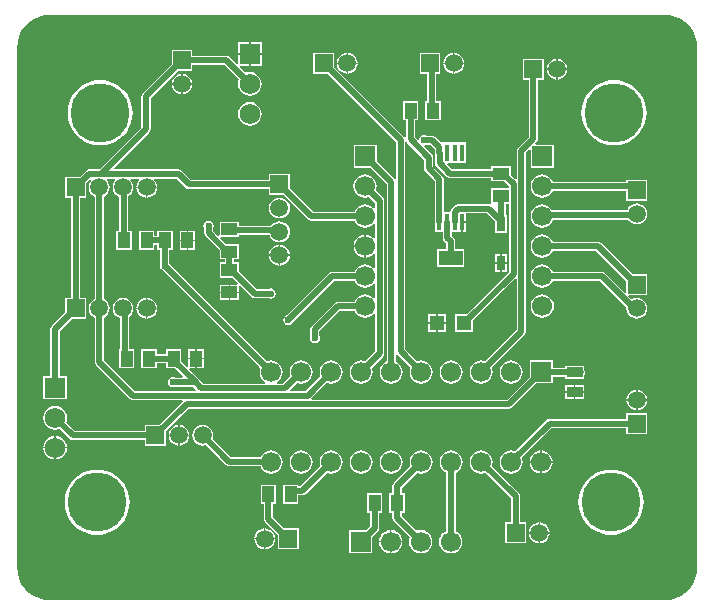
<source format=gtl>
G04*
G04 #@! TF.GenerationSoftware,Altium Limited,Altium Designer,24.3.1 (35)*
G04*
G04 Layer_Physical_Order=1*
G04 Layer_Color=255*
%FSLAX25Y25*%
%MOIN*%
G70*
G04*
G04 #@! TF.SameCoordinates,C640A665-BD72-4C55-9E38-BDB06A3A2499*
G04*
G04*
G04 #@! TF.FilePolarity,Positive*
G04*
G01*
G75*
%ADD14R,0.05118X0.05118*%
%ADD15R,0.07874X0.05118*%
%ADD16R,0.01772X0.05807*%
%ADD17R,0.04134X0.05512*%
%ADD18R,0.05512X0.04134*%
%ADD19R,0.02953X0.04921*%
%ADD20R,0.05472X0.03583*%
%ADD37C,0.02000*%
%ADD38C,0.19685*%
%ADD39C,0.05906*%
%ADD40R,0.05906X0.05906*%
%ADD41R,0.05906X0.05906*%
%ADD42R,0.06693X0.06693*%
%ADD43C,0.06693*%
%ADD44R,0.06890X0.06890*%
%ADD45C,0.06890*%
%ADD46R,0.06693X0.06693*%
%ADD47C,0.02362*%
G36*
X190887Y162409D02*
X192740Y161913D01*
X194479Y161102D01*
X196050Y160002D01*
X197407Y158645D01*
X198507Y157074D01*
X199318Y155335D01*
X199814Y153482D01*
X199985Y151536D01*
Y-21622D01*
X199814Y-23568D01*
X199318Y-25421D01*
X198507Y-27160D01*
X197407Y-28731D01*
X196050Y-30088D01*
X194479Y-31188D01*
X192740Y-31999D01*
X190887Y-32495D01*
X188941Y-32666D01*
X-15713D01*
X-17659Y-32495D01*
X-19512Y-31999D01*
X-21251Y-31188D01*
X-22822Y-30088D01*
X-24179Y-28731D01*
X-25279Y-27160D01*
X-26090Y-25421D01*
X-26586Y-23568D01*
X-26756Y-21622D01*
X-26756Y151536D01*
X-26586Y153482D01*
X-26090Y155335D01*
X-25279Y157074D01*
X-24179Y158645D01*
X-22822Y160002D01*
X-21251Y161102D01*
X-19512Y161913D01*
X-17659Y162409D01*
X-15713Y162579D01*
X188941D01*
X190887Y162409D01*
D02*
G37*
%LPC*%
G36*
X54831Y153410D02*
X51136D01*
Y149715D01*
X54831D01*
Y153410D01*
D02*
G37*
G36*
X50636D02*
X46941D01*
Y149715D01*
X50636D01*
Y153410D01*
D02*
G37*
G36*
X83616Y149804D02*
Y146605D01*
X86816D01*
X86730Y147256D01*
X86382Y148096D01*
X85829Y148817D01*
X85107Y149371D01*
X84267Y149718D01*
X83616Y149804D01*
D02*
G37*
G36*
X119049Y149804D02*
Y146605D01*
X122249D01*
X122163Y147256D01*
X121815Y148096D01*
X121262Y148817D01*
X120540Y149371D01*
X119701Y149718D01*
X119049Y149804D01*
D02*
G37*
G36*
X118549D02*
X117898Y149718D01*
X117058Y149371D01*
X116337Y148817D01*
X115783Y148096D01*
X115435Y147256D01*
X115350Y146605D01*
X118549D01*
Y149804D01*
D02*
G37*
G36*
X83116D02*
X82465Y149718D01*
X81625Y149371D01*
X80904Y148817D01*
X80350Y148096D01*
X80002Y147256D01*
X79917Y146605D01*
X83116D01*
Y149804D01*
D02*
G37*
G36*
X54831Y149215D02*
X51136D01*
Y145520D01*
X54831D01*
Y149215D01*
D02*
G37*
G36*
X153498Y147836D02*
Y144636D01*
X156698D01*
X156612Y145287D01*
X156264Y146127D01*
X155711Y146849D01*
X154989Y147402D01*
X154149Y147750D01*
X153498Y147836D01*
D02*
G37*
G36*
X152998D02*
X152347Y147750D01*
X151507Y147402D01*
X150786Y146849D01*
X150232Y146127D01*
X149884Y145287D01*
X149798Y144636D01*
X152998D01*
Y147836D01*
D02*
G37*
G36*
X86816Y146105D02*
X83616D01*
Y142905D01*
X84267Y142991D01*
X85107Y143339D01*
X85829Y143892D01*
X86382Y144613D01*
X86730Y145453D01*
X86816Y146105D01*
D02*
G37*
G36*
X118549D02*
X115350D01*
X115435Y145453D01*
X115783Y144613D01*
X116337Y143892D01*
X117058Y143339D01*
X117898Y142991D01*
X118549Y142905D01*
Y146105D01*
D02*
G37*
G36*
X122249D02*
X119049D01*
Y142905D01*
X119701Y142991D01*
X120540Y143339D01*
X121262Y143892D01*
X121815Y144613D01*
X122163Y145453D01*
X122249Y146105D01*
D02*
G37*
G36*
X83116D02*
X79917D01*
X80002Y145453D01*
X80350Y144613D01*
X80904Y143892D01*
X81625Y143339D01*
X82465Y142991D01*
X83116Y142905D01*
Y146105D01*
D02*
G37*
G36*
X156698Y144136D02*
X153498D01*
Y140936D01*
X154149Y141022D01*
X154989Y141370D01*
X155711Y141923D01*
X156264Y142645D01*
X156612Y143485D01*
X156698Y144136D01*
D02*
G37*
G36*
X152998D02*
X149798D01*
X149884Y143485D01*
X150232Y142645D01*
X150786Y141923D01*
X151507Y141370D01*
X152347Y141022D01*
X152998Y140936D01*
Y144136D01*
D02*
G37*
G36*
X28498Y142914D02*
Y139715D01*
X31698D01*
X31612Y140366D01*
X31264Y141206D01*
X30711Y141927D01*
X29989Y142481D01*
X29149Y142829D01*
X28498Y142914D01*
D02*
G37*
G36*
X27998D02*
X27347Y142829D01*
X26507Y142481D01*
X25785Y141927D01*
X25232Y141206D01*
X24884Y140366D01*
X24798Y139715D01*
X27998D01*
Y142914D01*
D02*
G37*
G36*
X31698Y139215D02*
X28498D01*
Y136015D01*
X29149Y136101D01*
X29989Y136449D01*
X30711Y137002D01*
X31264Y137724D01*
X31612Y138563D01*
X31698Y139215D01*
D02*
G37*
G36*
X27998D02*
X24798D01*
X24884Y138563D01*
X25232Y137724D01*
X25785Y137002D01*
X26507Y136449D01*
X27347Y136101D01*
X27998Y136015D01*
Y139215D01*
D02*
G37*
G36*
X31701Y150792D02*
X24795D01*
Y146049D01*
X15159Y136412D01*
X14827Y135916D01*
X14711Y135331D01*
Y124941D01*
X768Y110998D01*
X-2732D01*
X-3317Y110882D01*
X-3814Y110550D01*
X-5895Y108469D01*
X-10638D01*
Y101563D01*
X-8714D01*
Y68114D01*
X-10638D01*
Y63372D01*
X-15156Y58853D01*
X-15488Y58357D01*
X-15604Y57772D01*
Y42189D01*
X-18020D01*
Y34299D01*
X-10130D01*
Y42189D01*
X-12545D01*
Y57138D01*
X-8475Y61209D01*
X-3732D01*
Y68114D01*
X-5656D01*
Y101563D01*
X-3732D01*
Y106306D01*
X-2367Y107671D01*
X-2284Y107681D01*
X-2256Y107671D01*
X-2082Y107077D01*
X-2327Y106757D01*
X-2675Y105917D01*
X-2794Y105016D01*
X-2675Y104115D01*
X-2327Y103275D01*
X-1774Y102553D01*
X-1052Y102000D01*
X-840Y101912D01*
Y67765D01*
X-1052Y67678D01*
X-1774Y67124D01*
X-2327Y66403D01*
X-2675Y65563D01*
X-2794Y64662D01*
X-2675Y63760D01*
X-2327Y62920D01*
X-1774Y62199D01*
X-1052Y61646D01*
X-840Y61558D01*
Y46945D01*
X-724Y46360D01*
X-392Y45864D01*
X10966Y34505D01*
X11462Y34174D01*
X12047Y34058D01*
X28238D01*
X28446Y33558D01*
X20680Y25792D01*
X15937D01*
Y23868D01*
X-7536D01*
X-10422Y26754D01*
X-10231Y27215D01*
X-10096Y28244D01*
X-10231Y29274D01*
X-10629Y30234D01*
X-11261Y31058D01*
X-12085Y31690D01*
X-13045Y32088D01*
X-14075Y32223D01*
X-15105Y32088D01*
X-16064Y31690D01*
X-16888Y31058D01*
X-17521Y30234D01*
X-17918Y29274D01*
X-18054Y28244D01*
X-17918Y27215D01*
X-17521Y26255D01*
X-16888Y25431D01*
X-16064Y24799D01*
X-15105Y24401D01*
X-14075Y24265D01*
X-13045Y24401D01*
X-12585Y24592D01*
X-9251Y21257D01*
X-8755Y20926D01*
X-8169Y20809D01*
X15937D01*
Y18886D01*
X22842D01*
Y23629D01*
X30397Y31183D01*
X137205D01*
X137790Y31300D01*
X138286Y31631D01*
X146289Y39634D01*
X151819D01*
Y41853D01*
X155917D01*
Y40992D01*
X162390D01*
Y42481D01*
X162535Y42698D01*
X162652Y43284D01*
X162535Y43869D01*
X162390Y44086D01*
Y45575D01*
X155917D01*
Y44912D01*
X151819D01*
Y47327D01*
X144126D01*
Y41797D01*
X136571Y34242D01*
X71604D01*
X71397Y34742D01*
X76558Y39903D01*
X76968Y39733D01*
X77973Y39601D01*
X78977Y39733D01*
X79912Y40121D01*
X80716Y40737D01*
X81332Y41541D01*
X81720Y42476D01*
X81852Y43481D01*
X81720Y44485D01*
X81332Y45420D01*
X80716Y46224D01*
X79912Y46840D01*
X78977Y47228D01*
X77973Y47360D01*
X76968Y47228D01*
X76033Y46840D01*
X75229Y46224D01*
X74613Y45420D01*
X74225Y44485D01*
X74093Y43481D01*
X74225Y42476D01*
X74395Y42066D01*
X69445Y37116D01*
X64424D01*
X64233Y37578D01*
X66558Y39903D01*
X66968Y39733D01*
X67972Y39601D01*
X68977Y39733D01*
X69912Y40121D01*
X70716Y40737D01*
X71332Y41541D01*
X71720Y42476D01*
X71852Y43481D01*
X71720Y44485D01*
X71332Y45420D01*
X70716Y46224D01*
X69912Y46840D01*
X68977Y47228D01*
X67972Y47360D01*
X66968Y47228D01*
X66033Y46840D01*
X65229Y46224D01*
X64613Y45420D01*
X64225Y44485D01*
X64093Y43481D01*
X64225Y42476D01*
X64395Y42066D01*
X61945Y39616D01*
X60001D01*
X59902Y40116D01*
X59912Y40121D01*
X60716Y40737D01*
X61332Y41541D01*
X61720Y42476D01*
X61852Y43481D01*
X61720Y44485D01*
X61332Y45420D01*
X60716Y46224D01*
X59912Y46840D01*
X58977Y47228D01*
X57973Y47360D01*
X56968Y47228D01*
X56558Y47058D01*
X24142Y79474D01*
X24123Y79570D01*
X24069Y79651D01*
Y84044D01*
X25106D01*
Y90555D01*
X19973D01*
Y88829D01*
X19004D01*
Y90555D01*
X13870D01*
Y84044D01*
X19004D01*
Y85770D01*
X19973D01*
Y84044D01*
X21010D01*
Y79651D01*
X20956Y79570D01*
X20825Y78914D01*
X20956Y78258D01*
X21327Y77702D01*
X21883Y77330D01*
X21979Y77311D01*
X54395Y44895D01*
X54225Y44485D01*
X54093Y43481D01*
X54225Y42476D01*
X54613Y41541D01*
X55229Y40737D01*
X56033Y40121D01*
X56043Y40116D01*
X55944Y39616D01*
X35279D01*
X33513Y41383D01*
X30722Y44173D01*
X30929Y44673D01*
X32722D01*
Y47679D01*
X30406D01*
Y45197D01*
X29906Y44990D01*
X28059Y46836D01*
Y51185D01*
X22925D01*
Y49459D01*
X19791D01*
Y51185D01*
X14658D01*
Y44673D01*
X19791D01*
Y46400D01*
X22925D01*
Y44673D01*
X25896D01*
X28523Y42047D01*
X28332Y41585D01*
X26032D01*
X25951Y41639D01*
X25295Y41769D01*
X24639Y41639D01*
X24083Y41267D01*
X23712Y40711D01*
X23581Y40055D01*
X23712Y39399D01*
X24083Y38843D01*
X24639Y38472D01*
X25295Y38341D01*
X25951Y38472D01*
X26032Y38526D01*
X32044D01*
X32991Y37578D01*
X32800Y37116D01*
X12681D01*
X2218Y47579D01*
Y61558D01*
X2430Y61646D01*
X3151Y62199D01*
X3705Y62920D01*
X4053Y63760D01*
X4172Y64662D01*
X4053Y65563D01*
X3705Y66403D01*
X3151Y67124D01*
X2430Y67678D01*
X2218Y67765D01*
Y101912D01*
X2430Y102000D01*
X3151Y102553D01*
X3705Y103275D01*
X4053Y104115D01*
X4172Y105016D01*
X4053Y105917D01*
X3705Y106757D01*
X3182Y107439D01*
X3238Y107732D01*
X3308Y107939D01*
X5944D01*
X6015Y107732D01*
X6070Y107439D01*
X5547Y106757D01*
X5199Y105917D01*
X5080Y105016D01*
X5199Y104115D01*
X5547Y103275D01*
X6101Y102553D01*
X6822Y102000D01*
X7231Y101831D01*
Y90555D01*
X6390D01*
Y84044D01*
X11524D01*
Y90555D01*
X10289D01*
Y101994D01*
X10304Y102000D01*
X11026Y102553D01*
X11579Y103275D01*
X11927Y104115D01*
X12046Y105016D01*
X11927Y105917D01*
X11579Y106757D01*
X11056Y107439D01*
X11112Y107732D01*
X11182Y107939D01*
X13818D01*
X13889Y107732D01*
X13945Y107439D01*
X13421Y106757D01*
X13073Y105917D01*
X12987Y105266D01*
X16437D01*
X19887D01*
X19801Y105917D01*
X19453Y106757D01*
X18930Y107439D01*
X18986Y107732D01*
X19056Y107939D01*
X26442D01*
X29463Y104919D01*
X29959Y104587D01*
X30544Y104471D01*
X57276D01*
Y102548D01*
X62018D01*
X70237Y94328D01*
X70734Y93997D01*
X71319Y93880D01*
X85742D01*
X85912Y93470D01*
X86528Y92666D01*
X87332Y92050D01*
X88268Y91662D01*
X89272Y91530D01*
X90276Y91662D01*
X91211Y92050D01*
X92015Y92666D01*
X92115Y92797D01*
X92589Y92636D01*
Y88183D01*
X92115Y88022D01*
X92015Y88153D01*
X91211Y88770D01*
X90276Y89157D01*
X89522Y89256D01*
Y85410D01*
Y81563D01*
X90276Y81662D01*
X91211Y82050D01*
X92015Y82666D01*
X92115Y82797D01*
X92589Y82636D01*
Y78183D01*
X92115Y78022D01*
X92015Y78153D01*
X91211Y78770D01*
X90276Y79157D01*
X89272Y79289D01*
X88268Y79157D01*
X87332Y78770D01*
X86528Y78153D01*
X85912Y77350D01*
X85742Y76939D01*
X78366D01*
X77781Y76823D01*
X77285Y76491D01*
X63121Y62327D01*
X63025Y62308D01*
X62469Y61937D01*
X62098Y61381D01*
X61967Y60725D01*
X62098Y60069D01*
X62469Y59513D01*
X63025Y59141D01*
X63681Y59011D01*
X64337Y59141D01*
X64893Y59513D01*
X65265Y60069D01*
X65284Y60164D01*
X79000Y73880D01*
X85742D01*
X85912Y73470D01*
X86528Y72666D01*
X87332Y72050D01*
X88268Y71662D01*
X89272Y71530D01*
X90276Y71662D01*
X91211Y72050D01*
X92015Y72666D01*
X92115Y72797D01*
X92589Y72636D01*
Y68183D01*
X92115Y68022D01*
X92015Y68153D01*
X91211Y68770D01*
X90276Y69157D01*
X89272Y69289D01*
X88268Y69157D01*
X87332Y68770D01*
X86528Y68153D01*
X85912Y67349D01*
X85742Y66939D01*
X80177D01*
X79592Y66823D01*
X79096Y66491D01*
X71458Y58853D01*
X71126Y58357D01*
X71010Y57772D01*
Y55556D01*
X70956Y55475D01*
X70825Y54819D01*
X70956Y54163D01*
X71327Y53607D01*
X71883Y53236D01*
X72539Y53105D01*
X73195Y53236D01*
X73751Y53607D01*
X74123Y54163D01*
X74253Y54819D01*
X74123Y55475D01*
X74069Y55556D01*
Y57138D01*
X80811Y63880D01*
X85742D01*
X85912Y63470D01*
X86528Y62666D01*
X87332Y62050D01*
X88268Y61662D01*
X89272Y61530D01*
X90276Y61662D01*
X91211Y62050D01*
X92015Y62666D01*
X92115Y62797D01*
X92589Y62636D01*
Y50260D01*
X89387Y47058D01*
X88977Y47228D01*
X87972Y47360D01*
X86968Y47228D01*
X86033Y46840D01*
X85229Y46224D01*
X84613Y45420D01*
X84225Y44485D01*
X84093Y43481D01*
X84225Y42476D01*
X84613Y41541D01*
X85229Y40737D01*
X86033Y40121D01*
X86968Y39733D01*
X87972Y39601D01*
X88977Y39733D01*
X89912Y40121D01*
X90716Y40737D01*
X91332Y41541D01*
X91720Y42476D01*
X91852Y43481D01*
X91720Y44485D01*
X91550Y44895D01*
X95200Y48545D01*
X95531Y49041D01*
X95648Y49626D01*
Y100563D01*
X95531Y101148D01*
X95200Y101645D01*
X92849Y103995D01*
X93019Y104406D01*
X93151Y105410D01*
X93019Y106414D01*
X92632Y107350D01*
X92015Y108153D01*
X91211Y108770D01*
X90276Y109157D01*
X89272Y109289D01*
X88268Y109157D01*
X87332Y108770D01*
X86528Y108153D01*
X85912Y107350D01*
X85524Y106414D01*
X85392Y105410D01*
X85524Y104406D01*
X85912Y103470D01*
X86528Y102666D01*
X87332Y102050D01*
X88268Y101662D01*
X89272Y101530D01*
X90276Y101662D01*
X90686Y101832D01*
X92589Y99930D01*
Y98183D01*
X92115Y98022D01*
X92015Y98153D01*
X91211Y98770D01*
X90276Y99157D01*
X89272Y99289D01*
X88268Y99157D01*
X87332Y98770D01*
X86528Y98153D01*
X85912Y97350D01*
X85742Y96939D01*
X71952D01*
X64181Y104710D01*
Y109453D01*
X57276D01*
Y107530D01*
X31178D01*
X28157Y110550D01*
X27661Y110882D01*
X27076Y110998D01*
X5747D01*
X5556Y111460D01*
X17322Y123226D01*
X17653Y123722D01*
X17770Y124307D01*
Y134697D01*
X26958Y143886D01*
X31701D01*
Y145809D01*
X42378D01*
X47233Y140955D01*
X47043Y140495D01*
X46907Y139465D01*
X47043Y138435D01*
X47440Y137475D01*
X48072Y136651D01*
X48896Y136019D01*
X49856Y135622D01*
X50886Y135486D01*
X51916Y135622D01*
X52875Y136019D01*
X53699Y136651D01*
X54332Y137475D01*
X54729Y138435D01*
X54865Y139465D01*
X54729Y140495D01*
X54332Y141454D01*
X53699Y142278D01*
X52875Y142911D01*
X51916Y143308D01*
X50886Y143444D01*
X49856Y143308D01*
X49396Y143118D01*
X47456Y145058D01*
X47647Y145520D01*
X50636D01*
Y149215D01*
X46941D01*
Y146226D01*
X46479Y146035D01*
X44093Y148420D01*
X43597Y148752D01*
X43012Y148868D01*
X31701D01*
Y150792D01*
D02*
G37*
G36*
X114378Y149807D02*
X107473D01*
Y142902D01*
X109888D01*
Y133862D01*
X109343D01*
Y127351D01*
X114476D01*
Y133862D01*
X112947D01*
Y142902D01*
X114378D01*
Y149807D01*
D02*
G37*
G36*
X50886Y133444D02*
X49856Y133308D01*
X48896Y132911D01*
X48072Y132278D01*
X47440Y131454D01*
X47043Y130495D01*
X46907Y129465D01*
X47043Y128435D01*
X47440Y127475D01*
X48072Y126651D01*
X48896Y126019D01*
X49856Y125621D01*
X50886Y125486D01*
X51916Y125621D01*
X52875Y126019D01*
X53699Y126651D01*
X54332Y127475D01*
X54729Y128435D01*
X54865Y129465D01*
X54729Y130495D01*
X54332Y131454D01*
X53699Y132278D01*
X52875Y132911D01*
X51916Y133308D01*
X50886Y133444D01*
D02*
G37*
G36*
X172244Y140778D02*
X170545Y140644D01*
X168888Y140246D01*
X167314Y139594D01*
X165861Y138704D01*
X164565Y137597D01*
X163458Y136301D01*
X162567Y134848D01*
X161915Y133273D01*
X161518Y131616D01*
X161384Y129918D01*
X161518Y128219D01*
X161915Y126561D01*
X162567Y124987D01*
X163458Y123534D01*
X164565Y122238D01*
X165861Y121131D01*
X167314Y120241D01*
X168888Y119589D01*
X170545Y119191D01*
X172244Y119057D01*
X173943Y119191D01*
X175600Y119589D01*
X177174Y120241D01*
X178628Y121131D01*
X179923Y122238D01*
X181030Y123534D01*
X181921Y124987D01*
X182573Y126561D01*
X182971Y128219D01*
X183104Y129918D01*
X182971Y131616D01*
X182573Y133273D01*
X181921Y134848D01*
X181030Y136301D01*
X179923Y137597D01*
X178628Y138704D01*
X177174Y139594D01*
X175600Y140246D01*
X173943Y140644D01*
X172244Y140778D01*
D02*
G37*
G36*
X984Y140778D02*
X-715Y140644D01*
X-2372Y140246D01*
X-3946Y139594D01*
X-5399Y138704D01*
X-6695Y137597D01*
X-7802Y136301D01*
X-8692Y134848D01*
X-9345Y133273D01*
X-9742Y131616D01*
X-9876Y129918D01*
X-9742Y128219D01*
X-9345Y126561D01*
X-8692Y124987D01*
X-7802Y123534D01*
X-6695Y122238D01*
X-5399Y121131D01*
X-3946Y120241D01*
X-2372Y119589D01*
X-715Y119191D01*
X984Y119057D01*
X2683Y119191D01*
X4340Y119589D01*
X5915Y120241D01*
X7368Y121131D01*
X8664Y122238D01*
X9770Y123534D01*
X10661Y124987D01*
X11313Y126561D01*
X11711Y128219D01*
X11845Y129918D01*
X11711Y131616D01*
X11313Y133273D01*
X10661Y134848D01*
X9770Y136301D01*
X8664Y137597D01*
X7368Y138704D01*
X5915Y139594D01*
X4340Y140246D01*
X2683Y140644D01*
X984Y140778D01*
D02*
G37*
G36*
X78945Y149807D02*
X72039D01*
Y142902D01*
X76782D01*
X99553Y120131D01*
Y107943D01*
X99056Y107791D01*
X99053Y107791D01*
X93118Y113726D01*
Y119256D01*
X85425D01*
Y111563D01*
X90955D01*
X96443Y106075D01*
Y47010D01*
X96033Y46840D01*
X95229Y46224D01*
X94613Y45420D01*
X94225Y44485D01*
X94093Y43481D01*
X94225Y42476D01*
X94613Y41541D01*
X95229Y40737D01*
X96033Y40121D01*
X96968Y39733D01*
X97973Y39601D01*
X98977Y39733D01*
X99912Y40121D01*
X100716Y40737D01*
X101332Y41541D01*
X101720Y42476D01*
X101852Y43481D01*
X101720Y44485D01*
X101332Y45420D01*
X100716Y46224D01*
X99912Y46840D01*
X99502Y47010D01*
Y49136D01*
X99999Y49288D01*
X100002Y49288D01*
X104395Y44895D01*
X104225Y44485D01*
X104093Y43481D01*
X104225Y42476D01*
X104613Y41541D01*
X105229Y40737D01*
X106033Y40121D01*
X106968Y39733D01*
X107973Y39601D01*
X108977Y39733D01*
X109912Y40121D01*
X110716Y40737D01*
X111332Y41541D01*
X111720Y42476D01*
X111852Y43481D01*
X111720Y44485D01*
X111332Y45420D01*
X110716Y46224D01*
X109912Y46840D01*
X108977Y47228D01*
X107973Y47360D01*
X106968Y47228D01*
X106558Y47058D01*
X102612Y51004D01*
Y120073D01*
X103112Y120224D01*
X103348Y119872D01*
X108943Y114276D01*
Y111308D01*
X109060Y110723D01*
X109391Y110227D01*
X112447Y107171D01*
Y93449D01*
X112563Y92864D01*
X112591Y92823D01*
Y90045D01*
X115120D01*
Y88118D01*
X115237Y87533D01*
X115568Y87037D01*
X116286Y86320D01*
Y84453D01*
X113378D01*
Y78335D01*
X122252D01*
Y84453D01*
X119344D01*
Y86953D01*
X119228Y87538D01*
X118896Y88034D01*
X118179Y88752D01*
Y90045D01*
X121404D01*
Y93449D01*
X121654D01*
Y93699D01*
X123039D01*
Y96323D01*
X129857D01*
X132571Y93609D01*
Y89851D01*
X136524D01*
Y95772D01*
X136077D01*
Y99496D01*
X137274D01*
Y76834D01*
X123239Y62799D01*
X119283D01*
Y56681D01*
X125402D01*
Y60637D01*
X139312Y74547D01*
X139774Y74356D01*
Y57445D01*
X129387Y47058D01*
X128977Y47228D01*
X127972Y47360D01*
X126968Y47228D01*
X126033Y46840D01*
X125229Y46224D01*
X124613Y45420D01*
X124225Y44485D01*
X124093Y43481D01*
X124225Y42476D01*
X124613Y41541D01*
X125229Y40737D01*
X126033Y40121D01*
X126968Y39733D01*
X127972Y39601D01*
X128977Y39733D01*
X129912Y40121D01*
X130716Y40737D01*
X131332Y41541D01*
X131720Y42476D01*
X131852Y43481D01*
X131720Y44485D01*
X131550Y44895D01*
X142385Y55730D01*
X142716Y56226D01*
X142833Y56811D01*
Y116567D01*
X144018Y117753D01*
X144480Y117561D01*
Y111563D01*
X152173D01*
Y119256D01*
X146175D01*
X145984Y119718D01*
X146456Y120190D01*
X146787Y120686D01*
X146903Y121271D01*
Y140933D01*
X148827D01*
Y147839D01*
X141921D01*
Y140933D01*
X143845D01*
Y121905D01*
X140222Y118282D01*
X139890Y117786D01*
X139774Y117200D01*
Y107822D01*
X139312Y107631D01*
X137803Y109140D01*
Y112110D01*
X131291D01*
Y111073D01*
X118298D01*
X116653Y112717D01*
X116844Y113179D01*
X123039D01*
Y119986D01*
X114525D01*
X112735Y121776D01*
X112239Y122108D01*
X111654Y122224D01*
X109797D01*
X109613Y122348D01*
X108957Y122478D01*
X108301Y122348D01*
X107745Y121976D01*
X107373Y121420D01*
X107283Y120969D01*
X106769Y120776D01*
X105959Y121587D01*
Y127351D01*
X106996D01*
Y133862D01*
X101862D01*
Y127351D01*
X102900D01*
Y121644D01*
X102400Y121493D01*
X102164Y121845D01*
X78945Y145065D01*
Y149807D01*
D02*
G37*
G36*
X16187Y104766D02*
X12987D01*
X13073Y104115D01*
X13421Y103275D01*
X13974Y102553D01*
X14696Y102000D01*
X15536Y101652D01*
X16187Y101566D01*
Y104766D01*
D02*
G37*
G36*
X19887D02*
X16687D01*
Y101566D01*
X17338Y101652D01*
X18178Y102000D01*
X18900Y102553D01*
X19453Y103275D01*
X19801Y104115D01*
X19887Y104766D01*
D02*
G37*
G36*
X148327Y109289D02*
X147323Y109157D01*
X146387Y108770D01*
X145583Y108153D01*
X144967Y107350D01*
X144579Y106414D01*
X144447Y105410D01*
X144579Y104406D01*
X144967Y103470D01*
X145583Y102666D01*
X146387Y102050D01*
X147323Y101662D01*
X148327Y101530D01*
X149331Y101662D01*
X150267Y102050D01*
X151070Y102666D01*
X151687Y103470D01*
X151857Y103880D01*
X176370D01*
Y100579D01*
X183276D01*
Y107484D01*
X176370D01*
Y106939D01*
X151857D01*
X151687Y107350D01*
X151070Y108153D01*
X150267Y108770D01*
X149331Y109157D01*
X148327Y109289D01*
D02*
G37*
G36*
X179823Y99640D02*
X178921Y99522D01*
X178082Y99174D01*
X177360Y98620D01*
X176807Y97899D01*
X176564Y97313D01*
X151702D01*
X151687Y97350D01*
X151070Y98153D01*
X150267Y98770D01*
X149331Y99157D01*
X148327Y99289D01*
X147323Y99157D01*
X146387Y98770D01*
X145583Y98153D01*
X144967Y97350D01*
X144579Y96414D01*
X144447Y95410D01*
X144579Y94406D01*
X144967Y93470D01*
X145583Y92666D01*
X146387Y92050D01*
X147323Y91662D01*
X148327Y91530D01*
X149331Y91662D01*
X150267Y92050D01*
X151070Y92666D01*
X151687Y93470D01*
X152012Y94254D01*
X176931D01*
X177360Y93695D01*
X178082Y93142D01*
X178921Y92794D01*
X179823Y92675D01*
X180724Y92794D01*
X181564Y93142D01*
X182285Y93695D01*
X182839Y94416D01*
X183187Y95256D01*
X183305Y96158D01*
X183187Y97059D01*
X182839Y97899D01*
X182285Y98620D01*
X181564Y99174D01*
X180724Y99522D01*
X179823Y99640D01*
D02*
G37*
G36*
X60728Y101609D02*
X59827Y101490D01*
X58987Y101142D01*
X58266Y100589D01*
X57712Y99867D01*
X57364Y99028D01*
X57246Y98126D01*
X57364Y97225D01*
X57712Y96385D01*
X58266Y95664D01*
X58987Y95110D01*
X59827Y94762D01*
X60728Y94644D01*
X61630Y94762D01*
X62470Y95110D01*
X63191Y95664D01*
X63744Y96385D01*
X64092Y97225D01*
X64211Y98126D01*
X64092Y99028D01*
X63744Y99867D01*
X63191Y100589D01*
X62470Y101142D01*
X61630Y101490D01*
X60728Y101609D01*
D02*
G37*
G36*
X123039Y93199D02*
X121904D01*
Y90045D01*
X123039D01*
Y93199D01*
D02*
G37*
G36*
X32587Y90555D02*
X30270D01*
Y87550D01*
X32587D01*
Y90555D01*
D02*
G37*
G36*
X29770D02*
X27453D01*
Y87550D01*
X29770D01*
Y90555D01*
D02*
G37*
G36*
X37106Y93935D02*
X36450Y93804D01*
X35894Y93433D01*
X35523Y92877D01*
X35392Y92221D01*
X35523Y91565D01*
X35646Y91380D01*
Y89691D01*
X35763Y89105D01*
X36094Y88609D01*
X40740Y83963D01*
Y80992D01*
X42467D01*
Y80024D01*
X40740D01*
Y74890D01*
X45089D01*
X46936Y73044D01*
X46729Y72544D01*
X44246D01*
Y70227D01*
X47252D01*
Y72020D01*
X47752Y72227D01*
X51478Y68502D01*
X51974Y68170D01*
X52559Y68054D01*
X57039D01*
X57120Y67999D01*
X57776Y67869D01*
X58432Y67999D01*
X58988Y68371D01*
X59359Y68927D01*
X59490Y69583D01*
X59359Y70239D01*
X58988Y70795D01*
X58432Y71166D01*
X57776Y71297D01*
X57120Y71166D01*
X57039Y71112D01*
X53193D01*
X47252Y77053D01*
Y80024D01*
X45526D01*
Y80992D01*
X47252D01*
Y86126D01*
X42903D01*
X41057Y87973D01*
X41264Y88473D01*
X47252D01*
Y89117D01*
X57462D01*
X57712Y88511D01*
X58266Y87790D01*
X58987Y87236D01*
X59827Y86888D01*
X60728Y86770D01*
X61630Y86888D01*
X62470Y87236D01*
X63191Y87790D01*
X63744Y88511D01*
X64092Y89351D01*
X64211Y90252D01*
X64092Y91154D01*
X63744Y91993D01*
X63191Y92715D01*
X62470Y93268D01*
X61630Y93616D01*
X60728Y93735D01*
X59827Y93616D01*
X58987Y93268D01*
X58266Y92715D01*
X57852Y92175D01*
X47252D01*
Y93607D01*
X40740D01*
Y88996D01*
X40240Y88789D01*
X38705Y90324D01*
Y91641D01*
X38820Y92221D01*
X38690Y92877D01*
X38318Y93433D01*
X37762Y93804D01*
X37106Y93935D01*
D02*
G37*
G36*
X89022Y89256D02*
X88268Y89157D01*
X87332Y88770D01*
X86528Y88153D01*
X85912Y87349D01*
X85524Y86414D01*
X85425Y85660D01*
X89022D01*
Y89256D01*
D02*
G37*
G36*
X32587Y87050D02*
X30270D01*
Y84044D01*
X32587D01*
Y87050D01*
D02*
G37*
G36*
X29770D02*
X27453D01*
Y84044D01*
X29770D01*
Y87050D01*
D02*
G37*
G36*
X60978Y85828D02*
Y82628D01*
X64178D01*
X64092Y83280D01*
X63744Y84119D01*
X63191Y84841D01*
X62470Y85394D01*
X61630Y85742D01*
X60978Y85828D01*
D02*
G37*
G36*
X60478D02*
X59827Y85742D01*
X58987Y85394D01*
X58266Y84841D01*
X57712Y84119D01*
X57364Y83280D01*
X57279Y82628D01*
X60478D01*
Y85828D01*
D02*
G37*
G36*
X89022Y85160D02*
X85425D01*
X85524Y84406D01*
X85912Y83470D01*
X86528Y82666D01*
X87332Y82050D01*
X88268Y81662D01*
X89022Y81563D01*
Y85160D01*
D02*
G37*
G36*
X136524Y82780D02*
X134797D01*
Y80069D01*
X136524D01*
Y82780D01*
D02*
G37*
G36*
X134297D02*
X132571D01*
Y80069D01*
X134297D01*
Y82780D01*
D02*
G37*
G36*
X60478Y82128D02*
X57279D01*
X57364Y81477D01*
X57712Y80637D01*
X58266Y79916D01*
X58987Y79362D01*
X59827Y79014D01*
X60478Y78929D01*
Y82128D01*
D02*
G37*
G36*
X64178D02*
X60978D01*
Y78929D01*
X61630Y79014D01*
X62470Y79362D01*
X63191Y79916D01*
X63744Y80637D01*
X64092Y81477D01*
X64178Y82128D01*
D02*
G37*
G36*
X136524Y79569D02*
X134797D01*
Y76859D01*
X136524D01*
Y79569D01*
D02*
G37*
G36*
X134297D02*
X132571D01*
Y76859D01*
X134297D01*
Y79569D01*
D02*
G37*
G36*
X43746Y72544D02*
X40740D01*
Y70227D01*
X43746D01*
Y72544D01*
D02*
G37*
G36*
X148327Y89289D02*
X147323Y89157D01*
X146387Y88770D01*
X145583Y88153D01*
X144967Y87349D01*
X144579Y86414D01*
X144447Y85410D01*
X144579Y84406D01*
X144967Y83470D01*
X145583Y82666D01*
X146387Y82050D01*
X147323Y81662D01*
X148327Y81530D01*
X149331Y81662D01*
X150267Y82050D01*
X151070Y82666D01*
X151687Y83470D01*
X151857Y83880D01*
X166315D01*
X176370Y73826D01*
Y69946D01*
X175908Y69755D01*
X169172Y76491D01*
X168676Y76823D01*
X168091Y76939D01*
X151857D01*
X151687Y77350D01*
X151070Y78153D01*
X150267Y78770D01*
X149331Y79157D01*
X148327Y79289D01*
X147323Y79157D01*
X146387Y78770D01*
X145583Y78153D01*
X144967Y77350D01*
X144579Y76414D01*
X144447Y75410D01*
X144579Y74406D01*
X144967Y73470D01*
X145583Y72666D01*
X146387Y72050D01*
X147323Y71662D01*
X148327Y71530D01*
X149331Y71662D01*
X150267Y72050D01*
X151070Y72666D01*
X151687Y73470D01*
X151857Y73880D01*
X167457D01*
X176379Y64958D01*
X176340Y64662D01*
X176459Y63760D01*
X176807Y62920D01*
X177360Y62199D01*
X178082Y61646D01*
X178921Y61298D01*
X179823Y61179D01*
X180724Y61298D01*
X181564Y61646D01*
X182285Y62199D01*
X182839Y62920D01*
X183187Y63760D01*
X183305Y64662D01*
X183187Y65563D01*
X182839Y66403D01*
X182285Y67124D01*
X181564Y67678D01*
X180724Y68025D01*
X179823Y68144D01*
X178921Y68025D01*
X178082Y67678D01*
X178027Y67636D01*
X177042Y68621D01*
X177234Y69083D01*
X183276D01*
Y75988D01*
X178533D01*
X168030Y86491D01*
X167534Y86823D01*
X166949Y86939D01*
X151857D01*
X151687Y87349D01*
X151070Y88153D01*
X150267Y88770D01*
X149331Y89157D01*
X148327Y89289D01*
D02*
G37*
G36*
X47252Y69727D02*
X44246D01*
Y67410D01*
X47252D01*
Y69727D01*
D02*
G37*
G36*
X43746D02*
X40740D01*
Y67410D01*
X43746D01*
Y69727D01*
D02*
G37*
G36*
X16687Y68111D02*
Y64912D01*
X19887D01*
X19801Y65563D01*
X19453Y66403D01*
X18900Y67124D01*
X18178Y67678D01*
X17338Y68025D01*
X16687Y68111D01*
D02*
G37*
G36*
X16187D02*
X15536Y68025D01*
X14696Y67678D01*
X13974Y67124D01*
X13421Y66403D01*
X13073Y65563D01*
X12987Y64912D01*
X16187D01*
Y68111D01*
D02*
G37*
G36*
X148327Y69289D02*
X147323Y69157D01*
X146387Y68770D01*
X145583Y68153D01*
X144967Y67349D01*
X144579Y66414D01*
X144447Y65410D01*
X144579Y64406D01*
X144967Y63470D01*
X145583Y62666D01*
X146387Y62050D01*
X147323Y61662D01*
X148327Y61530D01*
X149331Y61662D01*
X150267Y62050D01*
X151070Y62666D01*
X151687Y63470D01*
X152074Y64406D01*
X152206Y65410D01*
X152074Y66414D01*
X151687Y67349D01*
X151070Y68153D01*
X150267Y68770D01*
X149331Y69157D01*
X148327Y69289D01*
D02*
G37*
G36*
X16187Y64412D02*
X12987D01*
X13073Y63760D01*
X13421Y62920D01*
X13974Y62199D01*
X14696Y61646D01*
X15536Y61298D01*
X16187Y61212D01*
Y64412D01*
D02*
G37*
G36*
X19887D02*
X16687D01*
Y61212D01*
X17338Y61298D01*
X18178Y61646D01*
X18900Y62199D01*
X19453Y62920D01*
X19801Y63760D01*
X19887Y64412D01*
D02*
G37*
G36*
X116347Y62799D02*
X113537D01*
Y59990D01*
X116347D01*
Y62799D01*
D02*
G37*
G36*
X113037D02*
X110228D01*
Y59990D01*
X113037D01*
Y62799D01*
D02*
G37*
G36*
X116347Y59490D02*
X113537D01*
Y56681D01*
X116347D01*
Y59490D01*
D02*
G37*
G36*
X113037D02*
X110228D01*
Y56681D01*
X113037D01*
Y59490D01*
D02*
G37*
G36*
X35539Y51185D02*
X33222D01*
Y48179D01*
X35539D01*
Y51185D01*
D02*
G37*
G36*
X32722D02*
X30406D01*
Y48179D01*
X32722D01*
Y51185D01*
D02*
G37*
G36*
X35539Y47679D02*
X33222D01*
Y44673D01*
X35539D01*
Y47679D01*
D02*
G37*
G36*
X8563Y68144D02*
X7662Y68025D01*
X6822Y67678D01*
X6101Y67124D01*
X5547Y66403D01*
X5199Y65563D01*
X5080Y64662D01*
X5199Y63760D01*
X5547Y62920D01*
X6101Y62199D01*
X6822Y61646D01*
X7624Y61313D01*
Y51185D01*
X7177D01*
Y44673D01*
X12311D01*
Y51185D01*
X10683D01*
Y61936D01*
X11026Y62199D01*
X11579Y62920D01*
X11927Y63760D01*
X12046Y64662D01*
X11927Y65563D01*
X11579Y66403D01*
X11026Y67124D01*
X10304Y67678D01*
X9464Y68025D01*
X8563Y68144D01*
D02*
G37*
G36*
X137972Y47360D02*
X136968Y47228D01*
X136033Y46840D01*
X135229Y46224D01*
X134613Y45420D01*
X134225Y44485D01*
X134093Y43481D01*
X134225Y42476D01*
X134613Y41541D01*
X135229Y40737D01*
X136033Y40121D01*
X136968Y39733D01*
X137972Y39601D01*
X138977Y39733D01*
X139912Y40121D01*
X140716Y40737D01*
X141332Y41541D01*
X141720Y42476D01*
X141852Y43481D01*
X141720Y44485D01*
X141332Y45420D01*
X140716Y46224D01*
X139912Y46840D01*
X138977Y47228D01*
X137972Y47360D01*
D02*
G37*
G36*
X117973D02*
X116968Y47228D01*
X116033Y46840D01*
X115229Y46224D01*
X114613Y45420D01*
X114225Y44485D01*
X114093Y43481D01*
X114225Y42476D01*
X114613Y41541D01*
X115229Y40737D01*
X116033Y40121D01*
X116968Y39733D01*
X117973Y39601D01*
X118977Y39733D01*
X119912Y40121D01*
X120716Y40737D01*
X121332Y41541D01*
X121720Y42476D01*
X121852Y43481D01*
X121720Y44485D01*
X121332Y45420D01*
X120716Y46224D01*
X119912Y46840D01*
X118977Y47228D01*
X117973Y47360D01*
D02*
G37*
G36*
X162390Y39118D02*
X159404D01*
Y37077D01*
X162390D01*
Y39118D01*
D02*
G37*
G36*
X158904D02*
X155917D01*
Y37077D01*
X158904D01*
Y39118D01*
D02*
G37*
G36*
X162390Y36577D02*
X159404D01*
Y34536D01*
X162390D01*
Y36577D01*
D02*
G37*
G36*
X158904D02*
X155917D01*
Y34536D01*
X158904D01*
Y36577D01*
D02*
G37*
G36*
X180073Y37600D02*
Y34400D01*
X183273D01*
X183187Y35051D01*
X182839Y35891D01*
X182285Y36612D01*
X181564Y37166D01*
X180724Y37514D01*
X180073Y37600D01*
D02*
G37*
G36*
X179573D02*
X178921Y37514D01*
X178082Y37166D01*
X177360Y36612D01*
X176807Y35891D01*
X176459Y35051D01*
X176373Y34400D01*
X179573D01*
Y37600D01*
D02*
G37*
G36*
X183273Y33900D02*
X180073D01*
Y30700D01*
X180724Y30786D01*
X181564Y31134D01*
X182285Y31687D01*
X182839Y32409D01*
X183187Y33248D01*
X183273Y33900D01*
D02*
G37*
G36*
X179573D02*
X176373D01*
X176459Y33248D01*
X176807Y32409D01*
X177360Y31687D01*
X178082Y31134D01*
X178921Y30786D01*
X179573Y30700D01*
Y33900D01*
D02*
G37*
G36*
X183276Y29729D02*
X176370D01*
Y27805D01*
X150768D01*
X150182Y27689D01*
X149686Y27357D01*
X139387Y17058D01*
X138977Y17228D01*
X137972Y17360D01*
X136968Y17228D01*
X136033Y16840D01*
X135229Y16224D01*
X134613Y15420D01*
X134225Y14485D01*
X134093Y13480D01*
X134225Y12476D01*
X134613Y11541D01*
X135229Y10737D01*
X136033Y10121D01*
X136968Y9733D01*
X137972Y9601D01*
X138977Y9733D01*
X139912Y10121D01*
X140716Y10737D01*
X141332Y11541D01*
X141720Y12476D01*
X141852Y13480D01*
X141720Y14485D01*
X141550Y14895D01*
X151401Y24746D01*
X176370D01*
Y22823D01*
X183276D01*
Y29729D01*
D02*
G37*
G36*
X27514Y25789D02*
Y22589D01*
X30713D01*
X30628Y23240D01*
X30280Y24080D01*
X29726Y24801D01*
X29005Y25355D01*
X28165Y25703D01*
X27514Y25789D01*
D02*
G37*
G36*
X27014D02*
X26362Y25703D01*
X25523Y25355D01*
X24801Y24801D01*
X24248Y24080D01*
X23900Y23240D01*
X23814Y22589D01*
X27014D01*
Y25789D01*
D02*
G37*
G36*
X30713Y22089D02*
X27514D01*
Y18889D01*
X28165Y18975D01*
X29005Y19323D01*
X29726Y19876D01*
X30280Y20598D01*
X30628Y21438D01*
X30713Y22089D01*
D02*
G37*
G36*
X27014D02*
X23814D01*
X23900Y21438D01*
X24248Y20598D01*
X24801Y19876D01*
X25523Y19323D01*
X26362Y18975D01*
X27014Y18889D01*
Y22089D01*
D02*
G37*
G36*
X-13825Y22190D02*
Y18494D01*
X-10129D01*
X-10231Y19274D01*
X-10629Y20234D01*
X-11261Y21058D01*
X-12085Y21690D01*
X-13045Y22088D01*
X-13825Y22190D01*
D02*
G37*
G36*
X-14325D02*
X-15105Y22088D01*
X-16064Y21690D01*
X-16888Y21058D01*
X-17521Y20234D01*
X-17918Y19274D01*
X-18021Y18494D01*
X-14325D01*
Y22190D01*
D02*
G37*
G36*
X-10129Y17994D02*
X-13825D01*
Y14298D01*
X-13045Y14401D01*
X-12085Y14798D01*
X-11261Y15431D01*
X-10629Y16255D01*
X-10231Y17214D01*
X-10129Y17994D01*
D02*
G37*
G36*
X-14325D02*
X-18021D01*
X-17918Y17214D01*
X-17521Y16255D01*
X-16888Y15431D01*
X-16064Y14798D01*
X-15105Y14401D01*
X-14325Y14298D01*
Y17994D01*
D02*
G37*
G36*
X148222Y17327D02*
Y13731D01*
X151819D01*
X151720Y14485D01*
X151332Y15420D01*
X150716Y16224D01*
X149912Y16840D01*
X148977Y17228D01*
X148222Y17327D01*
D02*
G37*
G36*
X147722Y17327D02*
X146968Y17228D01*
X146033Y16840D01*
X145229Y16224D01*
X144613Y15420D01*
X144225Y14485D01*
X144126Y13731D01*
X147722D01*
Y17327D01*
D02*
G37*
G36*
X151819Y13230D02*
X148222D01*
Y9634D01*
X148977Y9733D01*
X149912Y10121D01*
X150716Y10737D01*
X151332Y11541D01*
X151720Y12476D01*
X151819Y13230D01*
D02*
G37*
G36*
X147722D02*
X144126D01*
X144225Y12476D01*
X144613Y11541D01*
X145229Y10737D01*
X146033Y10121D01*
X146968Y9733D01*
X147722Y9634D01*
Y13230D01*
D02*
G37*
G36*
X107973Y17360D02*
X106968Y17228D01*
X106033Y16840D01*
X105229Y16224D01*
X104613Y15420D01*
X104225Y14485D01*
X104093Y13480D01*
X104225Y12476D01*
X104395Y12066D01*
X98820Y6491D01*
X98489Y5995D01*
X98372Y5410D01*
Y2957D01*
X97335D01*
Y-3555D01*
X98372D01*
Y-5181D01*
X98489Y-5766D01*
X98820Y-6262D01*
X104238Y-11680D01*
X104068Y-12090D01*
X103935Y-13094D01*
X104068Y-14098D01*
X104455Y-15034D01*
X105072Y-15838D01*
X105875Y-16454D01*
X106811Y-16842D01*
X107815Y-16974D01*
X108819Y-16842D01*
X109755Y-16454D01*
X110558Y-15838D01*
X111175Y-15034D01*
X111562Y-14098D01*
X111695Y-13094D01*
X111562Y-12090D01*
X111175Y-11154D01*
X110558Y-10351D01*
X109755Y-9734D01*
X108819Y-9347D01*
X107815Y-9215D01*
X106811Y-9347D01*
X106400Y-9517D01*
X101431Y-4547D01*
Y-3555D01*
X102469D01*
Y2957D01*
X101431D01*
Y4776D01*
X106558Y9903D01*
X106968Y9733D01*
X107973Y9601D01*
X108977Y9733D01*
X109912Y10121D01*
X110716Y10737D01*
X111332Y11541D01*
X111720Y12476D01*
X111852Y13480D01*
X111720Y14485D01*
X111332Y15420D01*
X110716Y16224D01*
X109912Y16840D01*
X108977Y17228D01*
X107973Y17360D01*
D02*
G37*
G36*
X97973D02*
X96968Y17228D01*
X96033Y16840D01*
X95229Y16224D01*
X94613Y15420D01*
X94225Y14485D01*
X94093Y13480D01*
X94225Y12476D01*
X94613Y11541D01*
X95229Y10737D01*
X96033Y10121D01*
X96968Y9733D01*
X97973Y9601D01*
X98977Y9733D01*
X99912Y10121D01*
X100716Y10737D01*
X101332Y11541D01*
X101720Y12476D01*
X101852Y13480D01*
X101720Y14485D01*
X101332Y15420D01*
X100716Y16224D01*
X99912Y16840D01*
X98977Y17228D01*
X97973Y17360D01*
D02*
G37*
G36*
X87972D02*
X86968Y17228D01*
X86033Y16840D01*
X85229Y16224D01*
X84613Y15420D01*
X84225Y14485D01*
X84093Y13480D01*
X84225Y12476D01*
X84613Y11541D01*
X85229Y10737D01*
X86033Y10121D01*
X86968Y9733D01*
X87972Y9601D01*
X88977Y9733D01*
X89912Y10121D01*
X90716Y10737D01*
X91332Y11541D01*
X91720Y12476D01*
X91852Y13480D01*
X91720Y14485D01*
X91332Y15420D01*
X90716Y16224D01*
X89912Y16840D01*
X88977Y17228D01*
X87972Y17360D01*
D02*
G37*
G36*
X77973D02*
X76968Y17228D01*
X76033Y16840D01*
X75229Y16224D01*
X74613Y15420D01*
X74225Y14485D01*
X74093Y13480D01*
X74225Y12476D01*
X74395Y12066D01*
X67706Y5377D01*
X67036D01*
Y5910D01*
X61902D01*
Y-602D01*
X67036D01*
Y2318D01*
X68340D01*
X68925Y2435D01*
X69421Y2767D01*
X76558Y9903D01*
X76968Y9733D01*
X77973Y9601D01*
X78977Y9733D01*
X79912Y10121D01*
X80716Y10737D01*
X81332Y11541D01*
X81720Y12476D01*
X81852Y13480D01*
X81720Y14485D01*
X81332Y15420D01*
X80716Y16224D01*
X79912Y16840D01*
X78977Y17228D01*
X77973Y17360D01*
D02*
G37*
G36*
X67972D02*
X66968Y17228D01*
X66033Y16840D01*
X65229Y16224D01*
X64613Y15420D01*
X64225Y14485D01*
X64093Y13480D01*
X64225Y12476D01*
X64613Y11541D01*
X65229Y10737D01*
X66033Y10121D01*
X66968Y9733D01*
X67972Y9601D01*
X68977Y9733D01*
X69912Y10121D01*
X70716Y10737D01*
X71332Y11541D01*
X71720Y12476D01*
X71852Y13480D01*
X71720Y14485D01*
X71332Y15420D01*
X70716Y16224D01*
X69912Y16840D01*
X68977Y17228D01*
X67972Y17360D01*
D02*
G37*
G36*
X35138Y25821D02*
X34236Y25703D01*
X33397Y25355D01*
X32675Y24801D01*
X32122Y24080D01*
X31774Y23240D01*
X31655Y22339D01*
X31774Y21438D01*
X32122Y20598D01*
X32675Y19876D01*
X33397Y19323D01*
X34236Y18975D01*
X35138Y18856D01*
X36039Y18975D01*
X36251Y19063D01*
X42915Y12399D01*
X43411Y12068D01*
X43996Y11951D01*
X54443D01*
X54613Y11541D01*
X55229Y10737D01*
X56033Y10121D01*
X56968Y9733D01*
X57973Y9601D01*
X58977Y9733D01*
X59912Y10121D01*
X60716Y10737D01*
X61332Y11541D01*
X61720Y12476D01*
X61852Y13480D01*
X61720Y14485D01*
X61332Y15420D01*
X60716Y16224D01*
X59912Y16840D01*
X58977Y17228D01*
X57973Y17360D01*
X56968Y17228D01*
X56033Y16840D01*
X55229Y16224D01*
X54613Y15420D01*
X54443Y15010D01*
X44630D01*
X38414Y21226D01*
X38502Y21438D01*
X38620Y22339D01*
X38502Y23240D01*
X38154Y24080D01*
X37600Y24801D01*
X36879Y25355D01*
X36039Y25703D01*
X35138Y25821D01*
D02*
G37*
G36*
X147593Y-6692D02*
Y-9892D01*
X150792D01*
X150706Y-9240D01*
X150358Y-8400D01*
X149805Y-7679D01*
X149084Y-7125D01*
X148244Y-6778D01*
X147593Y-6692D01*
D02*
G37*
G36*
X147093D02*
X146441Y-6778D01*
X145601Y-7125D01*
X144880Y-7679D01*
X144327Y-8400D01*
X143979Y-9240D01*
X143893Y-9892D01*
X147093D01*
Y-6692D01*
D02*
G37*
G36*
X171260Y10860D02*
X169561Y10727D01*
X167904Y10329D01*
X166329Y9677D01*
X164876Y8786D01*
X163581Y7679D01*
X162474Y6384D01*
X161583Y4930D01*
X160931Y3356D01*
X160533Y1699D01*
X160400Y0D01*
X160533Y-1699D01*
X160931Y-3356D01*
X161583Y-4930D01*
X162474Y-6384D01*
X163581Y-7679D01*
X164876Y-8786D01*
X166329Y-9677D01*
X167904Y-10329D01*
X169561Y-10727D01*
X171260Y-10860D01*
X172959Y-10727D01*
X174616Y-10329D01*
X176190Y-9677D01*
X177643Y-8786D01*
X178939Y-7679D01*
X180046Y-6384D01*
X180936Y-4930D01*
X181589Y-3356D01*
X181986Y-1699D01*
X182120Y0D01*
X181986Y1699D01*
X181589Y3356D01*
X180936Y4930D01*
X180046Y6384D01*
X178939Y7679D01*
X177643Y8786D01*
X176190Y9677D01*
X174616Y10329D01*
X172959Y10727D01*
X171260Y10860D01*
D02*
G37*
G36*
X0D02*
X-1699Y10727D01*
X-3356Y10329D01*
X-4930Y9677D01*
X-6384Y8786D01*
X-7679Y7679D01*
X-8786Y6384D01*
X-9677Y4930D01*
X-10329Y3356D01*
X-10727Y1699D01*
X-10860Y0D01*
X-10727Y-1699D01*
X-10329Y-3356D01*
X-9677Y-4930D01*
X-8786Y-6384D01*
X-7679Y-7679D01*
X-6384Y-8786D01*
X-4930Y-9677D01*
X-3356Y-10329D01*
X-1699Y-10727D01*
X0Y-10860D01*
X1699Y-10727D01*
X3356Y-10329D01*
X4930Y-9677D01*
X6384Y-8786D01*
X7679Y-7679D01*
X8786Y-6384D01*
X9677Y-4930D01*
X10329Y-3356D01*
X10727Y-1699D01*
X10860Y0D01*
X10727Y1699D01*
X10329Y3356D01*
X9677Y4930D01*
X8786Y6384D01*
X7679Y7679D01*
X6384Y8786D01*
X4930Y9677D01*
X3356Y10329D01*
X1699Y10727D01*
X0Y10860D01*
D02*
G37*
G36*
X56057Y-8660D02*
Y-11860D01*
X59257D01*
X59171Y-11209D01*
X58823Y-10369D01*
X58270Y-9647D01*
X57548Y-9094D01*
X56709Y-8746D01*
X56057Y-8660D01*
D02*
G37*
G36*
X55557D02*
X54906Y-8746D01*
X54066Y-9094D01*
X53345Y-9647D01*
X52791Y-10369D01*
X52443Y-11209D01*
X52358Y-11860D01*
X55557D01*
Y-8660D01*
D02*
G37*
G36*
X98065Y-9247D02*
Y-12844D01*
X101662D01*
X101562Y-12090D01*
X101175Y-11154D01*
X100558Y-10351D01*
X99755Y-9734D01*
X98819Y-9347D01*
X98065Y-9247D01*
D02*
G37*
G36*
X97565D02*
X96811Y-9347D01*
X95875Y-9734D01*
X95072Y-10351D01*
X94455Y-11154D01*
X94068Y-12090D01*
X93968Y-12844D01*
X97565D01*
Y-9247D01*
D02*
G37*
G36*
X150792Y-10391D02*
X147593D01*
Y-13591D01*
X148244Y-13505D01*
X149084Y-13158D01*
X149805Y-12604D01*
X150358Y-11883D01*
X150706Y-11043D01*
X150792Y-10391D01*
D02*
G37*
G36*
X147093D02*
X143893D01*
X143979Y-11043D01*
X144327Y-11883D01*
X144880Y-12604D01*
X145601Y-13158D01*
X146441Y-13505D01*
X147093Y-13591D01*
Y-10391D01*
D02*
G37*
G36*
X127972Y17360D02*
X126968Y17228D01*
X126033Y16840D01*
X125229Y16224D01*
X124613Y15420D01*
X124225Y14485D01*
X124093Y13480D01*
X124225Y12476D01*
X124613Y11541D01*
X125229Y10737D01*
X126033Y10121D01*
X126968Y9733D01*
X127972Y9601D01*
X128977Y9733D01*
X129387Y9903D01*
X137939Y1351D01*
Y-6689D01*
X136016D01*
Y-13594D01*
X142921D01*
Y-6689D01*
X140998D01*
Y1984D01*
X140882Y2570D01*
X140550Y3066D01*
X131550Y12066D01*
X131720Y12476D01*
X131852Y13480D01*
X131720Y14485D01*
X131332Y15420D01*
X130716Y16224D01*
X129912Y16840D01*
X128977Y17228D01*
X127972Y17360D01*
D02*
G37*
G36*
X59257Y-12360D02*
X56057D01*
Y-15560D01*
X56709Y-15474D01*
X57548Y-15126D01*
X58270Y-14572D01*
X58823Y-13851D01*
X59171Y-13011D01*
X59257Y-12360D01*
D02*
G37*
G36*
X55557D02*
X52358D01*
X52443Y-13011D01*
X52791Y-13851D01*
X53345Y-14572D01*
X54066Y-15126D01*
X54906Y-15474D01*
X55557Y-15560D01*
Y-12360D01*
D02*
G37*
G36*
X59555Y5910D02*
X54421D01*
Y-602D01*
X55459D01*
Y-5417D01*
X55575Y-6002D01*
X55907Y-6498D01*
X60228Y-10820D01*
Y-15563D01*
X67134D01*
Y-8657D01*
X62391D01*
X58518Y-4784D01*
Y-602D01*
X59555D01*
Y5910D01*
D02*
G37*
G36*
X94988Y2957D02*
X89854D01*
Y-3555D01*
X90892D01*
Y-7854D01*
X89499Y-9248D01*
X83969D01*
Y-16941D01*
X91662D01*
Y-11411D01*
X93503Y-9569D01*
X93834Y-9073D01*
X93951Y-8488D01*
Y-3555D01*
X94988D01*
Y2957D01*
D02*
G37*
G36*
X101662Y-13344D02*
X98065D01*
Y-16941D01*
X98819Y-16842D01*
X99755Y-16454D01*
X100558Y-15838D01*
X101175Y-15034D01*
X101562Y-14098D01*
X101662Y-13344D01*
D02*
G37*
G36*
X97565D02*
X93968D01*
X94068Y-14098D01*
X94455Y-15034D01*
X95072Y-15838D01*
X95875Y-16454D01*
X96811Y-16842D01*
X97565Y-16941D01*
Y-13344D01*
D02*
G37*
G36*
X117973Y17360D02*
X116968Y17228D01*
X116033Y16840D01*
X115229Y16224D01*
X114613Y15420D01*
X114225Y14485D01*
X114093Y13480D01*
X114225Y12476D01*
X114613Y11541D01*
X115229Y10737D01*
X116033Y10121D01*
X116364Y9983D01*
Y-9532D01*
X115875Y-9734D01*
X115072Y-10351D01*
X114455Y-11154D01*
X114068Y-12090D01*
X113935Y-13094D01*
X114068Y-14098D01*
X114455Y-15034D01*
X115072Y-15838D01*
X115875Y-16454D01*
X116811Y-16842D01*
X117815Y-16974D01*
X118819Y-16842D01*
X119755Y-16454D01*
X120558Y-15838D01*
X121175Y-15034D01*
X121562Y-14098D01*
X121695Y-13094D01*
X121562Y-12090D01*
X121175Y-11154D01*
X120558Y-10351D01*
X119755Y-9734D01*
X119423Y-9597D01*
Y9918D01*
X119912Y10121D01*
X120716Y10737D01*
X121332Y11541D01*
X121720Y12476D01*
X121852Y13480D01*
X121720Y14485D01*
X121332Y15420D01*
X120716Y16224D01*
X119912Y16840D01*
X118977Y17228D01*
X117973Y17360D01*
D02*
G37*
%LPD*%
G36*
X112447Y117739D02*
Y116583D01*
X112561Y116009D01*
Y113117D01*
X112678Y112532D01*
X113009Y112036D01*
X116583Y108462D01*
X117079Y108131D01*
X117664Y108014D01*
X131291D01*
Y106977D01*
X135640D01*
X137274Y105343D01*
Y104630D01*
X131291D01*
Y99694D01*
X131276Y99664D01*
X130870Y99306D01*
X130490Y99382D01*
X120146D01*
X119561Y99266D01*
X119065Y98934D01*
X118127Y97996D01*
X117796Y97500D01*
X117679Y96915D01*
Y96853D01*
X115506D01*
Y107804D01*
X115389Y108390D01*
X115058Y108886D01*
X112002Y111942D01*
Y114910D01*
X111885Y115495D01*
X111554Y115991D01*
X108968Y118577D01*
X109161Y119091D01*
X109537Y119165D01*
X111021D01*
X112447Y117739D01*
D02*
G37*
D14*
X122343Y59740D02*
D03*
X113287D02*
D03*
D15*
X117815Y81394D02*
D03*
D16*
X113976Y93449D02*
D03*
X116535D02*
D03*
X119095D02*
D03*
X121654D02*
D03*
Y116583D02*
D03*
X119095D02*
D03*
X116535D02*
D03*
X113976D02*
D03*
D17*
X92421Y-299D02*
D03*
X99902D02*
D03*
X25492Y47929D02*
D03*
X32972D02*
D03*
X8957Y87300D02*
D03*
X16437D02*
D03*
X22539D02*
D03*
X30020D02*
D03*
X9744Y47929D02*
D03*
X17224D02*
D03*
X56988Y2654D02*
D03*
X64468D02*
D03*
X111909Y130606D02*
D03*
X104429D02*
D03*
D18*
X134547Y102063D02*
D03*
Y109544D02*
D03*
X43996Y91040D02*
D03*
Y83559D02*
D03*
Y77457D02*
D03*
Y69977D02*
D03*
D19*
X134547Y92811D02*
D03*
Y79819D02*
D03*
D20*
X159154Y36827D02*
D03*
Y43284D02*
D03*
D37*
X1402Y109469D02*
X16240Y124307D01*
X1402Y109469D02*
X27076D01*
X16240Y124307D02*
Y135331D01*
X-2732Y109469D02*
X1402D01*
X16240Y135331D02*
X28248Y147339D01*
X37176Y89691D02*
X43307Y83559D01*
X37176Y89691D02*
Y92151D01*
X37106Y92221D02*
X37176Y92151D01*
X43307Y83559D02*
X43996D01*
X32431Y40301D02*
X34646Y38087D01*
X25492Y47240D02*
X32431Y40301D01*
X32185Y40055D02*
X32431Y40301D01*
X25295Y40055D02*
X32185D01*
X44685Y77457D02*
X52559Y69583D01*
X43996Y77457D02*
X44685D01*
X52559Y69583D02*
X57776D01*
X101083Y50370D02*
X107973Y43481D01*
X101083Y50370D02*
Y120764D01*
X75492Y146355D02*
X101083Y120764D01*
X89272Y115410D02*
X97973Y106709D01*
Y43481D02*
Y106709D01*
X104429Y120953D02*
Y130606D01*
Y120953D02*
X110473Y114910D01*
Y111308D02*
X113976Y107804D01*
X110473Y111308D02*
Y114910D01*
X72539Y57772D02*
X80177Y65410D01*
X63681Y60725D02*
X78366Y75410D01*
X72539Y54819D02*
Y57772D01*
X43996Y77457D02*
Y83559D01*
X16437Y87300D02*
X22539D01*
Y78914D02*
Y87300D01*
Y78914D02*
X57973Y43481D01*
X64468Y2654D02*
Y2781D01*
X68340Y3848D02*
X77973Y13480D01*
X65535Y3848D02*
X68340D01*
X64468Y2781D02*
X65535Y3848D01*
X148071Y43382D02*
X161024D01*
X29764Y32713D02*
X137205D01*
X147973Y43481D01*
X19390Y22339D02*
X29764Y32713D01*
X111654Y120695D02*
X113976Y118372D01*
X109026Y120695D02*
X111654D01*
X113976Y116583D02*
Y118372D01*
X108957Y120764D02*
X109026Y120695D01*
X60728Y106000D02*
X71319Y95410D01*
X89272D01*
X87972Y43481D02*
X94118Y49626D01*
Y100563D01*
X89272Y105410D02*
X94118Y100563D01*
X43996Y91040D02*
X44390Y90646D01*
X60335D02*
X60728Y90252D01*
X44390Y90646D02*
X60335D01*
X689Y46945D02*
X12047Y35587D01*
X689Y46945D02*
Y64662D01*
X12047Y35587D02*
X70079D01*
X77973Y43481D01*
X34646Y38087D02*
X62579D01*
X67972Y43481D01*
X8760Y87496D02*
Y104819D01*
Y87496D02*
X8957Y87300D01*
X8563Y105016D02*
X8760Y104819D01*
X9154Y48520D02*
Y64071D01*
X8563Y64662D02*
X9154Y64071D01*
Y48520D02*
X9744Y47929D01*
X28248Y147339D02*
X43012D01*
X50886Y139465D01*
X-7185Y105016D02*
X-2732Y109469D01*
X27076D02*
X30544Y106000D01*
X60728D01*
X689Y64662D02*
Y105016D01*
X-7185Y64662D02*
Y105016D01*
X-14075Y57772D02*
X-7185Y64662D01*
X-14075Y38244D02*
Y57772D01*
Y28244D02*
X-8169Y22339D01*
X19390D01*
X43996Y13480D02*
X57973D01*
X35138Y22339D02*
X43996Y13480D01*
X56988Y-5417D02*
X63681Y-12110D01*
X56988Y-5417D02*
Y2654D01*
X127972Y43481D02*
X141303Y56811D01*
Y117200D01*
X145374Y121271D01*
Y144386D01*
X122343Y59740D02*
X138803Y76201D01*
Y105977D01*
X111417Y131099D02*
X111909Y130606D01*
X111417Y131099D02*
Y145862D01*
X110925Y146355D02*
X111417Y145862D01*
X135236Y109544D02*
X138803Y105977D01*
X134547Y109544D02*
X135236D01*
X113976Y93449D02*
Y107804D01*
X117664Y109544D02*
X134547D01*
X114091Y113117D02*
X117664Y109544D01*
X134547Y93796D02*
Y102063D01*
Y92811D02*
Y93796D01*
X130490Y97853D02*
X134547Y93796D01*
X120146Y97853D02*
X130490D01*
X119209Y96915D02*
X120146Y97853D01*
X119209Y93563D02*
Y96915D01*
X119095Y93449D02*
X119209Y93563D01*
X116535Y92473D02*
Y93449D01*
X116650Y88118D02*
Y92358D01*
X116535Y92473D02*
X116650Y92358D01*
Y88118D02*
X117815Y86953D01*
Y81394D02*
Y86953D01*
X113976Y116583D02*
X114091Y116469D01*
Y113117D02*
Y116469D01*
X127972Y13480D02*
X139469Y1984D01*
Y-10142D02*
Y1984D01*
X99902Y-5181D02*
Y-299D01*
Y-5181D02*
X107815Y-13094D01*
X99902Y5410D02*
X107973Y13480D01*
X99902Y-299D02*
Y5410D01*
X117894Y-13015D02*
Y13402D01*
X117815Y-13094D02*
X117894Y-13015D01*
Y13402D02*
X117973Y13480D01*
X17224Y47929D02*
X25492D01*
Y47240D02*
Y47929D01*
X137972Y13480D02*
X150768Y26276D01*
X176870D01*
X80177Y65410D02*
X89272D01*
X78366Y75410D02*
X89272D01*
X178839Y64662D02*
X179823D01*
X148327Y75410D02*
X168091D01*
X178839Y64662D01*
X148327Y85410D02*
X166949D01*
X179823Y72536D01*
X148327Y95410D02*
X148701Y95784D01*
X179449D01*
X179823Y96158D01*
X148327Y105410D02*
X178445D01*
X179823Y104032D01*
X87815Y-13094D02*
X92421Y-8488D01*
Y-299D01*
X147973Y43481D02*
X148071Y43382D01*
X161024D02*
X161122Y43284D01*
D38*
X171260Y0D02*
D03*
X0D02*
D03*
X984Y129918D02*
D03*
X172244Y129918D02*
D03*
D39*
X28248Y139465D02*
D03*
X60728Y82378D02*
D03*
Y90252D02*
D03*
Y98126D02*
D03*
X16437Y64662D02*
D03*
X8563D02*
D03*
X689D02*
D03*
X16437Y105016D02*
D03*
X8563D02*
D03*
X689D02*
D03*
X55807Y-12110D02*
D03*
X35138Y22339D02*
D03*
X27264D02*
D03*
X179823Y96158D02*
D03*
Y64662D02*
D03*
Y34150D02*
D03*
X147343Y-10142D02*
D03*
X83366Y146355D02*
D03*
X153248Y144386D02*
D03*
X118799Y146355D02*
D03*
D40*
X28248Y147339D02*
D03*
X60728Y106000D02*
D03*
X179823Y104032D02*
D03*
Y72536D02*
D03*
Y26276D02*
D03*
D41*
X-7185Y64662D02*
D03*
Y105016D02*
D03*
X63681Y-12110D02*
D03*
X19390Y22339D02*
D03*
X139469Y-10142D02*
D03*
X75492Y146355D02*
D03*
X145374Y144386D02*
D03*
X110925Y146355D02*
D03*
D42*
X87815Y-13094D02*
D03*
D43*
X97815D02*
D03*
X107815D02*
D03*
X117815D02*
D03*
X89272Y105410D02*
D03*
Y95410D02*
D03*
Y85410D02*
D03*
Y75410D02*
D03*
Y65410D02*
D03*
X148327Y105410D02*
D03*
Y95410D02*
D03*
Y85410D02*
D03*
Y75410D02*
D03*
Y65410D02*
D03*
X137972Y43481D02*
D03*
X127972D02*
D03*
X117973D02*
D03*
X107973D02*
D03*
X97973D02*
D03*
X87972D02*
D03*
X77973D02*
D03*
X67972D02*
D03*
X57973D02*
D03*
Y13480D02*
D03*
X67972D02*
D03*
X77973D02*
D03*
X87972D02*
D03*
X97973D02*
D03*
X107973D02*
D03*
X117973D02*
D03*
X127972D02*
D03*
X137972D02*
D03*
X147973D02*
D03*
D44*
X50886Y149465D02*
D03*
X-14075Y38244D02*
D03*
D45*
X50886Y139465D02*
D03*
Y129465D02*
D03*
X-14075Y28244D02*
D03*
Y18244D02*
D03*
D46*
X89272Y115410D02*
D03*
X148327D02*
D03*
X147973Y43481D02*
D03*
D47*
X175886Y143402D02*
D03*
X185728Y123717D02*
D03*
Y84347D02*
D03*
Y44977D02*
D03*
Y5607D02*
D03*
X175886Y-14078D02*
D03*
X156201Y64662D02*
D03*
X166043Y44977D02*
D03*
X156201Y-14078D02*
D03*
X136516Y143402D02*
D03*
Y64662D02*
D03*
Y25292D02*
D03*
X126673Y123717D02*
D03*
X116831Y104032D02*
D03*
X126673Y84347D02*
D03*
X116831Y64662D02*
D03*
Y25292D02*
D03*
X126673Y5607D02*
D03*
X97146Y143402D02*
D03*
X106988Y84347D02*
D03*
X97146Y25292D02*
D03*
X106988Y5607D02*
D03*
X87303Y123717D02*
D03*
X77461Y104032D02*
D03*
Y25292D02*
D03*
X87303Y5607D02*
D03*
X77461Y-14078D02*
D03*
X57776Y143402D02*
D03*
X67618Y123717D02*
D03*
Y84347D02*
D03*
X57776Y64662D02*
D03*
X38091Y143402D02*
D03*
X47933Y123717D02*
D03*
Y5607D02*
D03*
X38091Y-14078D02*
D03*
X18406Y143402D02*
D03*
X28248Y123717D02*
D03*
Y5607D02*
D03*
X18406Y-14078D02*
D03*
X-1280Y25292D02*
D03*
Y-14078D02*
D03*
X-20965Y143402D02*
D03*
X-11122Y123717D02*
D03*
X-20965Y104032D02*
D03*
X-11122Y84347D02*
D03*
X-20965Y64662D02*
D03*
X-11122Y44977D02*
D03*
X-20965Y25292D02*
D03*
Y-14078D02*
D03*
X37106Y92221D02*
D03*
X25295Y40055D02*
D03*
X22539Y78914D02*
D03*
X57776Y69583D02*
D03*
X108957Y120764D02*
D03*
X72539Y54819D02*
D03*
X63681Y60725D02*
D03*
M02*

</source>
